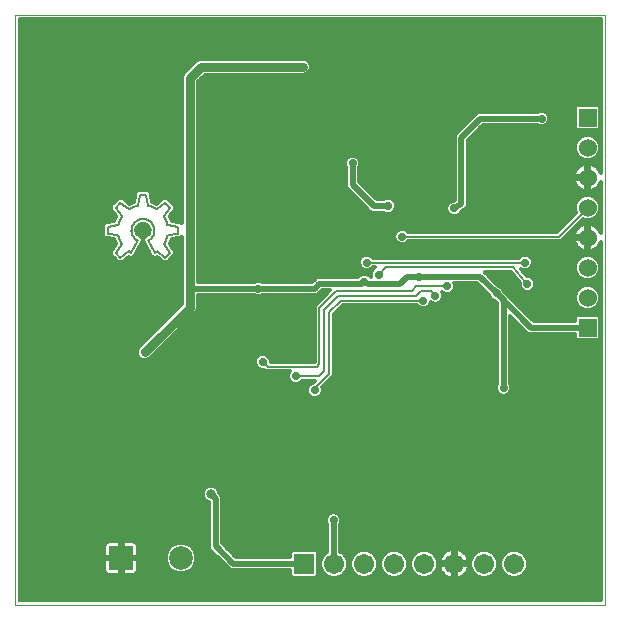
<source format=gbl>
G75*
%MOIN*%
%OFA0B0*%
%FSLAX25Y25*%
%IPPOS*%
%LPD*%
%AMOC8*
5,1,8,0,0,1.08239X$1,22.5*
%
%ADD10C,0.00000*%
%ADD11R,0.06750X0.06750*%
%ADD12C,0.06750*%
%ADD13R,0.06000X0.06000*%
%ADD14C,0.06000*%
%ADD15R,0.07874X0.07874*%
%ADD16C,0.07874*%
%ADD17R,0.21457X0.21457*%
%ADD18C,0.01181*%
%ADD19C,0.02775*%
%ADD20C,0.02953*%
%ADD21C,0.01969*%
%ADD22C,0.03169*%
%ADD23C,0.00787*%
D10*
X0000000Y0000000D02*
X0000000Y0196850D01*
X0196850Y0196850D01*
X0196850Y0000000D01*
X0000000Y0000000D01*
D11*
X0096457Y0013780D03*
D12*
X0106457Y0013780D03*
X0116457Y0013780D03*
X0126457Y0013780D03*
X0136457Y0013780D03*
X0146457Y0013780D03*
X0156457Y0013780D03*
X0166457Y0013780D03*
D13*
X0190945Y0092520D03*
X0190945Y0162520D03*
D14*
X0190945Y0152520D03*
X0190945Y0142520D03*
X0190945Y0132520D03*
X0190945Y0122520D03*
X0190945Y0112520D03*
X0190945Y0102520D03*
D15*
X0035433Y0015748D03*
D16*
X0055433Y0015748D03*
D17*
X0011811Y0011811D03*
X0185039Y0011811D03*
X0185039Y0185039D03*
X0011811Y0185039D03*
D18*
X0001591Y0185199D02*
X0195260Y0185199D01*
X0195260Y0184020D02*
X0001591Y0184020D01*
X0001591Y0182840D02*
X0195260Y0182840D01*
X0195260Y0181661D02*
X0097702Y0181661D01*
X0097574Y0181788D02*
X0096593Y0182194D01*
X0061674Y0182194D01*
X0060694Y0181788D01*
X0056757Y0177851D01*
X0056007Y0177101D01*
X0055601Y0176121D01*
X0055601Y0127265D01*
X0055332Y0127616D01*
X0055214Y0127632D01*
X0055129Y0127716D01*
X0054578Y0127716D01*
X0052251Y0128024D01*
X0051597Y0129603D01*
X0053024Y0131466D01*
X0053414Y0131857D01*
X0053414Y0131976D01*
X0053487Y0132070D01*
X0053414Y0132617D01*
X0053414Y0133169D01*
X0053330Y0133253D01*
X0053315Y0133371D01*
X0052877Y0133707D01*
X0051423Y0135160D01*
X0051088Y0135598D01*
X0050970Y0135614D01*
X0050885Y0135698D01*
X0050334Y0135698D01*
X0049787Y0135770D01*
X0049692Y0135698D01*
X0049573Y0135698D01*
X0049183Y0135308D01*
X0047320Y0133881D01*
X0045741Y0134535D01*
X0045433Y0136861D01*
X0045433Y0137413D01*
X0045349Y0137497D01*
X0045333Y0137615D01*
X0044895Y0137951D01*
X0044505Y0138341D01*
X0044386Y0138341D01*
X0044291Y0138413D01*
X0043744Y0138341D01*
X0041689Y0138341D01*
X0041142Y0138413D01*
X0041047Y0138341D01*
X0040928Y0138341D01*
X0040538Y0137951D01*
X0040100Y0137615D01*
X0040084Y0137497D01*
X0040000Y0137413D01*
X0040000Y0136861D01*
X0039692Y0134535D01*
X0038113Y0133881D01*
X0036250Y0135308D01*
X0035860Y0135698D01*
X0035741Y0135698D01*
X0035646Y0135770D01*
X0035099Y0135698D01*
X0034548Y0135698D01*
X0034463Y0135614D01*
X0034345Y0135598D01*
X0034010Y0135160D01*
X0032557Y0133707D01*
X0032118Y0133371D01*
X0032103Y0133253D01*
X0032019Y0133169D01*
X0032019Y0132617D01*
X0031946Y0132070D01*
X0032019Y0131976D01*
X0032019Y0131857D01*
X0032409Y0131466D01*
X0033836Y0129603D01*
X0033182Y0128024D01*
X0030855Y0127716D01*
X0030304Y0127716D01*
X0030219Y0127632D01*
X0030101Y0127616D01*
X0029766Y0127178D01*
X0029376Y0126788D01*
X0029376Y0126669D01*
X0029303Y0126575D01*
X0029376Y0126028D01*
X0029376Y0123972D01*
X0029303Y0123425D01*
X0029376Y0123331D01*
X0029376Y0123212D01*
X0029766Y0122822D01*
X0030101Y0122384D01*
X0030219Y0122368D01*
X0030304Y0122284D01*
X0030855Y0122284D01*
X0033182Y0121976D01*
X0033836Y0120397D01*
X0032409Y0118534D01*
X0032019Y0118143D01*
X0032019Y0118024D01*
X0031946Y0117930D01*
X0032019Y0117383D01*
X0032019Y0116831D01*
X0032103Y0116747D01*
X0032118Y0116629D01*
X0032556Y0116293D01*
X0034010Y0114840D01*
X0034345Y0114402D01*
X0034463Y0114386D01*
X0034548Y0114302D01*
X0035099Y0114302D01*
X0035646Y0114230D01*
X0035741Y0114302D01*
X0035860Y0114302D01*
X0036250Y0114692D01*
X0038145Y0116144D01*
X0038697Y0115857D01*
X0039948Y0116251D01*
X0039998Y0116346D01*
X0040554Y0117416D01*
X0042666Y0121471D01*
X0042271Y0122723D01*
X0041953Y0122888D01*
X0041689Y0123026D01*
X0041257Y0123319D01*
X0040654Y0124163D01*
X0040499Y0125189D01*
X0040825Y0126173D01*
X0041562Y0126903D01*
X0042549Y0127219D01*
X0043573Y0127054D01*
X0044411Y0126443D01*
X0044881Y0125519D01*
X0044942Y0125000D01*
X0044906Y0124598D01*
X0044619Y0123845D01*
X0044084Y0123244D01*
X0043744Y0123026D01*
X0043162Y0122723D01*
X0043149Y0122680D01*
X0042768Y0121471D01*
X0042768Y0121471D01*
X0042768Y0121471D01*
X0043374Y0120307D01*
X0044879Y0117416D01*
X0044879Y0117416D01*
X0045485Y0116251D01*
X0046736Y0115857D01*
X0047288Y0116144D01*
X0049183Y0114692D01*
X0049573Y0114302D01*
X0049692Y0114302D01*
X0049787Y0114230D01*
X0050334Y0114302D01*
X0050885Y0114302D01*
X0050970Y0114386D01*
X0051088Y0114402D01*
X0051423Y0114840D01*
X0052877Y0116293D01*
X0053315Y0116629D01*
X0053330Y0116747D01*
X0053414Y0116831D01*
X0053414Y0117383D01*
X0053487Y0117930D01*
X0053414Y0118024D01*
X0053414Y0118143D01*
X0053024Y0118534D01*
X0051597Y0120397D01*
X0052251Y0121976D01*
X0054578Y0122284D01*
X0055129Y0122284D01*
X0055214Y0122368D01*
X0055332Y0122384D01*
X0055601Y0122735D01*
X0055601Y0100317D01*
X0041046Y0085763D01*
X0040640Y0084782D01*
X0040640Y0083721D01*
X0041046Y0082741D01*
X0041796Y0081991D01*
X0042777Y0081585D01*
X0043838Y0081585D01*
X0044818Y0081991D01*
X0059778Y0096952D01*
X0059778Y0096952D01*
X0060529Y0097702D01*
X0060935Y0098682D01*
X0060935Y0103337D01*
X0079631Y0103337D01*
X0079642Y0103326D01*
X0080590Y0102934D01*
X0081615Y0102934D01*
X0082563Y0103326D01*
X0082573Y0103337D01*
X0100901Y0103337D01*
X0102476Y0104912D01*
X0105034Y0104912D01*
X0099991Y0099869D01*
X0099991Y0081112D01*
X0085255Y0081112D01*
X0085255Y0081615D01*
X0084863Y0082563D01*
X0084137Y0083288D01*
X0083190Y0083680D01*
X0082164Y0083680D01*
X0081217Y0083288D01*
X0080492Y0082563D01*
X0080099Y0081615D01*
X0080099Y0080590D01*
X0080492Y0079642D01*
X0081217Y0078917D01*
X0082164Y0078524D01*
X0083015Y0078524D01*
X0083596Y0077943D01*
X0091620Y0077943D01*
X0091515Y0077838D01*
X0091123Y0076891D01*
X0091123Y0075865D01*
X0091515Y0074918D01*
X0092240Y0074192D01*
X0093188Y0073800D01*
X0094214Y0073800D01*
X0095161Y0074192D01*
X0095762Y0074794D01*
X0100112Y0074794D01*
X0099550Y0074231D01*
X0099487Y0074231D01*
X0098540Y0073839D01*
X0097815Y0073114D01*
X0097422Y0072166D01*
X0097422Y0071141D01*
X0097815Y0070193D01*
X0098540Y0069468D01*
X0099487Y0069076D01*
X0100513Y0069076D01*
X0101460Y0069468D01*
X0102185Y0070193D01*
X0102578Y0071141D01*
X0102578Y0072166D01*
X0102399Y0072599D01*
X0105381Y0075581D01*
X0106309Y0076509D01*
X0106309Y0096982D01*
X0109318Y0099991D01*
X0134159Y0099991D01*
X0134760Y0099389D01*
X0135708Y0098997D01*
X0136733Y0098997D01*
X0137681Y0099389D01*
X0138406Y0100115D01*
X0138749Y0100943D01*
X0139645Y0100572D01*
X0140670Y0100572D01*
X0141618Y0100964D01*
X0142343Y0101689D01*
X0142735Y0102637D01*
X0142735Y0103662D01*
X0142488Y0104260D01*
X0142634Y0104114D01*
X0143582Y0103721D01*
X0144607Y0103721D01*
X0145555Y0104114D01*
X0146280Y0104839D01*
X0146672Y0105786D01*
X0146672Y0106812D01*
X0146481Y0107274D01*
X0154217Y0107274D01*
X0158052Y0103439D01*
X0158052Y0103424D01*
X0158444Y0102477D01*
X0159170Y0101752D01*
X0160117Y0101359D01*
X0160132Y0101359D01*
X0160817Y0100674D01*
X0160817Y0073912D01*
X0160807Y0073901D01*
X0160414Y0072954D01*
X0160414Y0071928D01*
X0160807Y0070981D01*
X0161532Y0070255D01*
X0162479Y0069863D01*
X0163505Y0069863D01*
X0164452Y0070255D01*
X0165178Y0070981D01*
X0165570Y0071928D01*
X0165570Y0072954D01*
X0165178Y0073901D01*
X0165167Y0073912D01*
X0165167Y0096324D01*
X0171146Y0090345D01*
X0186754Y0090345D01*
X0186754Y0089027D01*
X0187452Y0088329D01*
X0194438Y0088329D01*
X0195135Y0089027D01*
X0195135Y0096013D01*
X0194438Y0096710D01*
X0187452Y0096710D01*
X0186754Y0096013D01*
X0186754Y0094694D01*
X0172948Y0094694D01*
X0165167Y0102476D01*
X0163893Y0103750D01*
X0163208Y0104435D01*
X0163208Y0104450D01*
X0162815Y0105397D01*
X0162090Y0106122D01*
X0161143Y0106515D01*
X0161128Y0106515D01*
X0157293Y0110350D01*
X0156628Y0111014D01*
X0165400Y0111014D01*
X0168288Y0107548D01*
X0168288Y0106574D01*
X0168681Y0105626D01*
X0169406Y0104901D01*
X0170353Y0104509D01*
X0171379Y0104509D01*
X0172326Y0104901D01*
X0173052Y0105626D01*
X0173444Y0106574D01*
X0173444Y0107599D01*
X0173052Y0108547D01*
X0172326Y0109272D01*
X0171379Y0109665D01*
X0170649Y0109665D01*
X0168763Y0111928D01*
X0169566Y0111595D01*
X0170592Y0111595D01*
X0171539Y0111988D01*
X0172264Y0112713D01*
X0172657Y0113660D01*
X0172657Y0114686D01*
X0172264Y0115634D01*
X0171539Y0116359D01*
X0170592Y0116751D01*
X0169566Y0116751D01*
X0168618Y0116359D01*
X0168017Y0115757D01*
X0119384Y0115757D01*
X0118783Y0116359D01*
X0117836Y0116751D01*
X0116810Y0116751D01*
X0115863Y0116359D01*
X0115137Y0115634D01*
X0114745Y0114686D01*
X0114745Y0113660D01*
X0115137Y0112713D01*
X0115863Y0111988D01*
X0116810Y0111595D01*
X0117836Y0111595D01*
X0118783Y0111988D01*
X0119384Y0112589D01*
X0120203Y0112589D01*
X0119800Y0112422D01*
X0119074Y0111697D01*
X0118682Y0110749D01*
X0118682Y0109723D01*
X0118873Y0109261D01*
X0118751Y0109261D01*
X0118721Y0109334D01*
X0117996Y0110059D01*
X0117048Y0110452D01*
X0116023Y0110452D01*
X0115075Y0110059D01*
X0114350Y0109334D01*
X0114320Y0109261D01*
X0100674Y0109261D01*
X0099400Y0107987D01*
X0099099Y0107687D01*
X0082573Y0107687D01*
X0082563Y0107697D01*
X0081615Y0108090D01*
X0080590Y0108090D01*
X0079642Y0107697D01*
X0079631Y0107687D01*
X0060935Y0107687D01*
X0060935Y0174486D01*
X0063309Y0176861D01*
X0096593Y0176861D01*
X0097574Y0177267D01*
X0098324Y0178017D01*
X0098730Y0178997D01*
X0098730Y0180058D01*
X0098324Y0181038D01*
X0097574Y0181788D01*
X0098555Y0180481D02*
X0195260Y0180481D01*
X0195260Y0179301D02*
X0098730Y0179301D01*
X0098367Y0178122D02*
X0195260Y0178122D01*
X0195260Y0176942D02*
X0096790Y0176942D01*
X0111138Y0149430D02*
X0110413Y0148704D01*
X0110020Y0147757D01*
X0110020Y0146731D01*
X0110413Y0145784D01*
X0110424Y0145773D01*
X0110424Y0139257D01*
X0111698Y0137983D01*
X0118784Y0130896D01*
X0122938Y0130896D01*
X0122949Y0130885D01*
X0123897Y0130493D01*
X0124922Y0130493D01*
X0125870Y0130885D01*
X0126595Y0131611D01*
X0126987Y0132558D01*
X0126987Y0133584D01*
X0126595Y0134531D01*
X0125870Y0135256D01*
X0124922Y0135649D01*
X0123897Y0135649D01*
X0122949Y0135256D01*
X0122938Y0135246D01*
X0120586Y0135246D01*
X0114773Y0141058D01*
X0114773Y0145773D01*
X0114784Y0145784D01*
X0115176Y0146731D01*
X0115176Y0147757D01*
X0114784Y0148704D01*
X0114059Y0149430D01*
X0113111Y0149822D01*
X0112086Y0149822D01*
X0111138Y0149430D01*
X0112059Y0149811D02*
X0060935Y0149811D01*
X0060935Y0150991D02*
X0146644Y0150991D01*
X0146644Y0152170D02*
X0060935Y0152170D01*
X0060935Y0153350D02*
X0146644Y0153350D01*
X0146644Y0154529D02*
X0060935Y0154529D01*
X0060935Y0155709D02*
X0146644Y0155709D01*
X0146644Y0156806D02*
X0146644Y0135022D01*
X0146403Y0134861D01*
X0145944Y0134861D01*
X0144996Y0134469D01*
X0144271Y0133744D01*
X0143879Y0132796D01*
X0143879Y0131771D01*
X0144271Y0130823D01*
X0144996Y0130098D01*
X0145944Y0129706D01*
X0146969Y0129706D01*
X0147917Y0130098D01*
X0148642Y0130823D01*
X0148816Y0131242D01*
X0149477Y0131683D01*
X0149720Y0131683D01*
X0150204Y0132168D01*
X0150775Y0132548D01*
X0150822Y0132786D01*
X0150994Y0132957D01*
X0150994Y0133643D01*
X0151128Y0134315D01*
X0150994Y0134517D01*
X0150994Y0155005D01*
X0156019Y0160030D01*
X0174120Y0160030D01*
X0174130Y0160019D01*
X0175078Y0159627D01*
X0176103Y0159627D01*
X0177051Y0160019D01*
X0177776Y0160744D01*
X0178168Y0161692D01*
X0178168Y0162718D01*
X0177776Y0163665D01*
X0177051Y0164390D01*
X0176103Y0164783D01*
X0175078Y0164783D01*
X0174130Y0164390D01*
X0174120Y0164380D01*
X0154217Y0164380D01*
X0152943Y0163106D01*
X0146644Y0156806D01*
X0146726Y0156889D02*
X0060935Y0156889D01*
X0060935Y0158068D02*
X0147906Y0158068D01*
X0149086Y0159248D02*
X0060935Y0159248D01*
X0060935Y0160427D02*
X0150265Y0160427D01*
X0151445Y0161607D02*
X0060935Y0161607D01*
X0060935Y0162787D02*
X0152624Y0162787D01*
X0153804Y0163966D02*
X0060935Y0163966D01*
X0060935Y0165146D02*
X0186754Y0165146D01*
X0186754Y0166013D02*
X0186754Y0159027D01*
X0187452Y0158329D01*
X0194438Y0158329D01*
X0195135Y0159027D01*
X0195135Y0166013D01*
X0194438Y0166710D01*
X0187452Y0166710D01*
X0186754Y0166013D01*
X0187067Y0166326D02*
X0060935Y0166326D01*
X0060935Y0167505D02*
X0195260Y0167505D01*
X0195260Y0166326D02*
X0194823Y0166326D01*
X0195135Y0165146D02*
X0195260Y0165146D01*
X0195260Y0163966D02*
X0195135Y0163966D01*
X0195135Y0162787D02*
X0195260Y0162787D01*
X0195260Y0161607D02*
X0195135Y0161607D01*
X0195135Y0160427D02*
X0195260Y0160427D01*
X0195260Y0159248D02*
X0195135Y0159248D01*
X0195260Y0158068D02*
X0154057Y0158068D01*
X0152878Y0156889D02*
X0195260Y0156889D01*
X0195260Y0155709D02*
X0193682Y0155709D01*
X0193319Y0156072D02*
X0191778Y0156710D01*
X0190111Y0156710D01*
X0188571Y0156072D01*
X0187392Y0154893D01*
X0186754Y0153353D01*
X0186754Y0151686D01*
X0187392Y0150146D01*
X0188571Y0148967D01*
X0190111Y0148329D01*
X0191778Y0148329D01*
X0193319Y0148967D01*
X0194497Y0150146D01*
X0195135Y0151686D01*
X0195135Y0153353D01*
X0194497Y0154893D01*
X0193319Y0156072D01*
X0194648Y0154529D02*
X0195260Y0154529D01*
X0195260Y0153350D02*
X0195135Y0153350D01*
X0195135Y0152170D02*
X0195260Y0152170D01*
X0195260Y0150991D02*
X0194847Y0150991D01*
X0195260Y0149811D02*
X0194162Y0149811D01*
X0195260Y0148631D02*
X0192508Y0148631D01*
X0192020Y0146997D02*
X0191354Y0147103D01*
X0191354Y0142929D01*
X0190535Y0142929D01*
X0190535Y0142110D01*
X0186362Y0142110D01*
X0186467Y0141445D01*
X0186691Y0140758D01*
X0187019Y0140114D01*
X0187443Y0139529D01*
X0187954Y0139018D01*
X0188539Y0138593D01*
X0189183Y0138265D01*
X0189870Y0138042D01*
X0190535Y0137937D01*
X0190535Y0142110D01*
X0191354Y0142110D01*
X0191354Y0137937D01*
X0192020Y0138042D01*
X0192707Y0138265D01*
X0193351Y0138593D01*
X0193935Y0139018D01*
X0194446Y0139529D01*
X0194871Y0140114D01*
X0195199Y0140758D01*
X0195260Y0140944D01*
X0195260Y0124095D01*
X0195199Y0124282D01*
X0194871Y0124926D01*
X0194446Y0125510D01*
X0193935Y0126021D01*
X0193351Y0126446D01*
X0192707Y0126774D01*
X0192020Y0126997D01*
X0191354Y0127103D01*
X0191354Y0122929D01*
X0190535Y0122929D01*
X0190535Y0122110D01*
X0186362Y0122110D01*
X0186467Y0121445D01*
X0186691Y0120758D01*
X0187019Y0120114D01*
X0187443Y0119529D01*
X0187954Y0119018D01*
X0188539Y0118593D01*
X0189183Y0118265D01*
X0189870Y0118042D01*
X0190535Y0117937D01*
X0190535Y0122110D01*
X0191354Y0122110D01*
X0191354Y0117937D01*
X0192020Y0118042D01*
X0192707Y0118265D01*
X0193351Y0118593D01*
X0193935Y0119018D01*
X0194446Y0119529D01*
X0194871Y0120114D01*
X0195199Y0120758D01*
X0195260Y0120944D01*
X0195260Y0001591D01*
X0001591Y0001591D01*
X0001591Y0195260D01*
X0195260Y0195260D01*
X0195260Y0144095D01*
X0195199Y0144282D01*
X0194871Y0144926D01*
X0194446Y0145510D01*
X0193935Y0146021D01*
X0193351Y0146446D01*
X0192707Y0146774D01*
X0192020Y0146997D01*
X0191354Y0146272D02*
X0190535Y0146272D01*
X0190535Y0147103D02*
X0189870Y0146997D01*
X0189183Y0146774D01*
X0188539Y0146446D01*
X0187954Y0146021D01*
X0187443Y0145510D01*
X0187019Y0144926D01*
X0186691Y0144282D01*
X0186467Y0143595D01*
X0186362Y0142929D01*
X0190535Y0142929D01*
X0190535Y0147103D01*
X0189382Y0148631D02*
X0150994Y0148631D01*
X0150994Y0147452D02*
X0195260Y0147452D01*
X0195260Y0146272D02*
X0193590Y0146272D01*
X0194750Y0145092D02*
X0195260Y0145092D01*
X0191354Y0145092D02*
X0190535Y0145092D01*
X0190535Y0143913D02*
X0191354Y0143913D01*
X0190535Y0142733D02*
X0150994Y0142733D01*
X0150994Y0141554D02*
X0186450Y0141554D01*
X0186886Y0140374D02*
X0150994Y0140374D01*
X0150994Y0139194D02*
X0187778Y0139194D01*
X0190043Y0138015D02*
X0150994Y0138015D01*
X0150994Y0136835D02*
X0195260Y0136835D01*
X0195260Y0135656D02*
X0193735Y0135656D01*
X0193319Y0136072D02*
X0194497Y0134893D01*
X0195135Y0133353D01*
X0195135Y0131686D01*
X0194497Y0130146D01*
X0193319Y0128967D01*
X0191778Y0128329D01*
X0190111Y0128329D01*
X0189322Y0128656D01*
X0181916Y0121250D01*
X0131195Y0121250D01*
X0130594Y0120649D01*
X0129647Y0120257D01*
X0128621Y0120257D01*
X0127674Y0120649D01*
X0126948Y0121374D01*
X0126556Y0122322D01*
X0126556Y0123347D01*
X0126948Y0124295D01*
X0127674Y0125020D01*
X0128621Y0125413D01*
X0129647Y0125413D01*
X0130594Y0125020D01*
X0131195Y0124419D01*
X0180604Y0124419D01*
X0187081Y0130897D01*
X0186754Y0131686D01*
X0186754Y0133353D01*
X0187392Y0134893D01*
X0188571Y0136072D01*
X0190111Y0136710D01*
X0191778Y0136710D01*
X0193319Y0136072D01*
X0194670Y0134476D02*
X0195260Y0134476D01*
X0195260Y0133296D02*
X0195135Y0133296D01*
X0195135Y0132117D02*
X0195260Y0132117D01*
X0195260Y0130937D02*
X0194825Y0130937D01*
X0195260Y0129758D02*
X0194109Y0129758D01*
X0195260Y0128578D02*
X0192379Y0128578D01*
X0190535Y0127103D02*
X0189870Y0126997D01*
X0189183Y0126774D01*
X0188539Y0126446D01*
X0187954Y0126021D01*
X0187443Y0125510D01*
X0187019Y0124926D01*
X0186691Y0124282D01*
X0186467Y0123595D01*
X0186362Y0122929D01*
X0190535Y0122929D01*
X0190535Y0127103D01*
X0190535Y0126219D02*
X0191354Y0126219D01*
X0191354Y0125039D02*
X0190535Y0125039D01*
X0190535Y0123859D02*
X0191354Y0123859D01*
X0190535Y0122680D02*
X0183345Y0122680D01*
X0182166Y0121500D02*
X0186459Y0121500D01*
X0186913Y0120321D02*
X0129801Y0120321D01*
X0128467Y0120321D02*
X0060935Y0120321D01*
X0060935Y0121500D02*
X0126896Y0121500D01*
X0126556Y0122680D02*
X0060935Y0122680D01*
X0060935Y0123859D02*
X0126768Y0123859D01*
X0127719Y0125039D02*
X0060935Y0125039D01*
X0060935Y0126219D02*
X0182403Y0126219D01*
X0181224Y0125039D02*
X0130548Y0125039D01*
X0125921Y0130937D02*
X0144224Y0130937D01*
X0143879Y0132117D02*
X0126805Y0132117D01*
X0126987Y0133296D02*
X0144086Y0133296D01*
X0145013Y0134476D02*
X0126618Y0134476D01*
X0120176Y0135656D02*
X0146644Y0135656D01*
X0146644Y0136835D02*
X0118996Y0136835D01*
X0117817Y0138015D02*
X0146644Y0138015D01*
X0146644Y0139194D02*
X0116637Y0139194D01*
X0115457Y0140374D02*
X0146644Y0140374D01*
X0146644Y0141554D02*
X0114773Y0141554D01*
X0114773Y0142733D02*
X0146644Y0142733D01*
X0146644Y0143913D02*
X0114773Y0143913D01*
X0114773Y0145092D02*
X0146644Y0145092D01*
X0146644Y0146272D02*
X0114986Y0146272D01*
X0115176Y0147452D02*
X0146644Y0147452D01*
X0146644Y0148631D02*
X0114814Y0148631D01*
X0113138Y0149811D02*
X0146644Y0149811D01*
X0150994Y0149811D02*
X0187727Y0149811D01*
X0187042Y0150991D02*
X0150994Y0150991D01*
X0150994Y0152170D02*
X0186754Y0152170D01*
X0186754Y0153350D02*
X0150994Y0153350D01*
X0150994Y0154529D02*
X0187242Y0154529D01*
X0188208Y0155709D02*
X0151698Y0155709D01*
X0155237Y0159248D02*
X0186754Y0159248D01*
X0186754Y0160427D02*
X0177459Y0160427D01*
X0178133Y0161607D02*
X0186754Y0161607D01*
X0186754Y0162787D02*
X0178140Y0162787D01*
X0177475Y0163966D02*
X0186754Y0163966D01*
X0195260Y0168685D02*
X0060935Y0168685D01*
X0060935Y0169864D02*
X0195260Y0169864D01*
X0195260Y0171044D02*
X0060935Y0171044D01*
X0060935Y0172224D02*
X0195260Y0172224D01*
X0195260Y0173403D02*
X0060935Y0173403D01*
X0061032Y0174583D02*
X0195260Y0174583D01*
X0195260Y0175762D02*
X0062211Y0175762D01*
X0058207Y0179301D02*
X0001591Y0179301D01*
X0001591Y0178122D02*
X0057027Y0178122D01*
X0055941Y0176942D02*
X0001591Y0176942D01*
X0001591Y0175762D02*
X0055601Y0175762D01*
X0055601Y0174583D02*
X0001591Y0174583D01*
X0001591Y0173403D02*
X0055601Y0173403D01*
X0055601Y0172224D02*
X0001591Y0172224D01*
X0001591Y0171044D02*
X0055601Y0171044D01*
X0055601Y0169864D02*
X0001591Y0169864D01*
X0001591Y0168685D02*
X0055601Y0168685D01*
X0055601Y0167505D02*
X0001591Y0167505D01*
X0001591Y0166326D02*
X0055601Y0166326D01*
X0055601Y0165146D02*
X0001591Y0165146D01*
X0001591Y0163966D02*
X0055601Y0163966D01*
X0055601Y0162787D02*
X0001591Y0162787D01*
X0001591Y0161607D02*
X0055601Y0161607D01*
X0055601Y0160427D02*
X0001591Y0160427D01*
X0001591Y0159248D02*
X0055601Y0159248D01*
X0055601Y0158068D02*
X0001591Y0158068D01*
X0001591Y0156889D02*
X0055601Y0156889D01*
X0055601Y0155709D02*
X0001591Y0155709D01*
X0001591Y0154529D02*
X0055601Y0154529D01*
X0055601Y0153350D02*
X0001591Y0153350D01*
X0001591Y0152170D02*
X0055601Y0152170D01*
X0055601Y0150991D02*
X0001591Y0150991D01*
X0001591Y0149811D02*
X0055601Y0149811D01*
X0055601Y0148631D02*
X0001591Y0148631D01*
X0001591Y0147452D02*
X0055601Y0147452D01*
X0055601Y0146272D02*
X0001591Y0146272D01*
X0001591Y0145092D02*
X0055601Y0145092D01*
X0055601Y0143913D02*
X0001591Y0143913D01*
X0001591Y0142733D02*
X0055601Y0142733D01*
X0055601Y0141554D02*
X0001591Y0141554D01*
X0001591Y0140374D02*
X0055601Y0140374D01*
X0055601Y0139194D02*
X0001591Y0139194D01*
X0001591Y0138015D02*
X0040602Y0138015D01*
X0039997Y0136835D02*
X0001591Y0136835D01*
X0001591Y0135656D02*
X0034505Y0135656D01*
X0035902Y0135656D02*
X0039841Y0135656D01*
X0039550Y0134476D02*
X0037336Y0134476D01*
X0033326Y0134476D02*
X0001591Y0134476D01*
X0001591Y0133296D02*
X0032109Y0133296D01*
X0031952Y0132117D02*
X0001591Y0132117D01*
X0001591Y0130937D02*
X0032814Y0130937D01*
X0033718Y0129758D02*
X0001591Y0129758D01*
X0001591Y0128578D02*
X0033411Y0128578D01*
X0029934Y0127398D02*
X0001591Y0127398D01*
X0001591Y0126219D02*
X0029350Y0126219D01*
X0029376Y0125039D02*
X0001591Y0125039D01*
X0001591Y0123859D02*
X0029361Y0123859D01*
X0029874Y0122680D02*
X0001591Y0122680D01*
X0001591Y0121500D02*
X0033379Y0121500D01*
X0033778Y0120321D02*
X0001591Y0120321D01*
X0001591Y0119141D02*
X0032874Y0119141D01*
X0031970Y0117961D02*
X0001591Y0117961D01*
X0001591Y0116782D02*
X0032068Y0116782D01*
X0033248Y0115602D02*
X0001591Y0115602D01*
X0001591Y0114423D02*
X0034329Y0114423D01*
X0035980Y0114423D02*
X0049453Y0114423D01*
X0051104Y0114423D02*
X0055601Y0114423D01*
X0055601Y0115602D02*
X0052186Y0115602D01*
X0053365Y0116782D02*
X0055601Y0116782D01*
X0055601Y0117961D02*
X0053463Y0117961D01*
X0052559Y0119141D02*
X0055601Y0119141D01*
X0055601Y0120321D02*
X0051655Y0120321D01*
X0052054Y0121500D02*
X0055601Y0121500D01*
X0055559Y0122680D02*
X0055601Y0122680D01*
X0055601Y0127398D02*
X0055499Y0127398D01*
X0055601Y0128578D02*
X0052022Y0128578D01*
X0051715Y0129758D02*
X0055601Y0129758D01*
X0055601Y0130937D02*
X0052619Y0130937D01*
X0053481Y0132117D02*
X0055601Y0132117D01*
X0055601Y0133296D02*
X0053325Y0133296D01*
X0052107Y0134476D02*
X0055601Y0134476D01*
X0055601Y0135656D02*
X0050928Y0135656D01*
X0049531Y0135656D02*
X0045592Y0135656D01*
X0045436Y0136835D02*
X0055601Y0136835D01*
X0055601Y0138015D02*
X0044831Y0138015D01*
X0045883Y0134476D02*
X0048097Y0134476D01*
X0044525Y0126219D02*
X0040871Y0126219D01*
X0040521Y0125039D02*
X0044938Y0125039D01*
X0044625Y0123859D02*
X0040871Y0123859D01*
X0042284Y0122680D02*
X0043149Y0122680D01*
X0042777Y0121500D02*
X0042656Y0121500D01*
X0042067Y0120321D02*
X0043366Y0120321D01*
X0043374Y0120307D02*
X0043374Y0120307D01*
X0043980Y0119141D02*
X0041453Y0119141D01*
X0040838Y0117961D02*
X0044595Y0117961D01*
X0045209Y0116782D02*
X0040224Y0116782D01*
X0040554Y0117416D02*
X0040554Y0117416D01*
X0038697Y0115857D02*
X0038697Y0115857D01*
X0037438Y0115602D02*
X0047995Y0115602D01*
X0055601Y0113243D02*
X0001591Y0113243D01*
X0001591Y0112063D02*
X0055601Y0112063D01*
X0055601Y0110884D02*
X0001591Y0110884D01*
X0001591Y0109704D02*
X0055601Y0109704D01*
X0055601Y0108524D02*
X0001591Y0108524D01*
X0001591Y0107345D02*
X0055601Y0107345D01*
X0055601Y0106165D02*
X0001591Y0106165D01*
X0001591Y0104986D02*
X0055601Y0104986D01*
X0055601Y0103806D02*
X0001591Y0103806D01*
X0001591Y0102626D02*
X0055601Y0102626D01*
X0055601Y0101447D02*
X0001591Y0101447D01*
X0001591Y0100267D02*
X0055551Y0100267D01*
X0054371Y0099088D02*
X0001591Y0099088D01*
X0001591Y0097908D02*
X0053191Y0097908D01*
X0052012Y0096728D02*
X0001591Y0096728D01*
X0001591Y0095549D02*
X0050832Y0095549D01*
X0049653Y0094369D02*
X0001591Y0094369D01*
X0001591Y0093189D02*
X0048473Y0093189D01*
X0047293Y0092010D02*
X0001591Y0092010D01*
X0001591Y0090830D02*
X0046114Y0090830D01*
X0044934Y0089651D02*
X0001591Y0089651D01*
X0001591Y0088471D02*
X0043755Y0088471D01*
X0042575Y0087291D02*
X0001591Y0087291D01*
X0001591Y0086112D02*
X0041395Y0086112D01*
X0040702Y0084932D02*
X0001591Y0084932D01*
X0001591Y0083753D02*
X0040640Y0083753D01*
X0041214Y0082573D02*
X0001591Y0082573D01*
X0001591Y0081393D02*
X0080099Y0081393D01*
X0080255Y0080214D02*
X0001591Y0080214D01*
X0001591Y0079034D02*
X0081100Y0079034D01*
X0080502Y0082573D02*
X0045400Y0082573D01*
X0046579Y0083753D02*
X0099991Y0083753D01*
X0099991Y0084932D02*
X0047759Y0084932D01*
X0048939Y0086112D02*
X0099991Y0086112D01*
X0099991Y0087291D02*
X0050118Y0087291D01*
X0051298Y0088471D02*
X0099991Y0088471D01*
X0099991Y0089651D02*
X0052477Y0089651D01*
X0053657Y0090830D02*
X0099991Y0090830D01*
X0099991Y0092010D02*
X0054837Y0092010D01*
X0056016Y0093189D02*
X0099991Y0093189D01*
X0099991Y0094369D02*
X0057196Y0094369D01*
X0058375Y0095549D02*
X0099991Y0095549D01*
X0099991Y0096728D02*
X0059555Y0096728D01*
X0060614Y0097908D02*
X0099991Y0097908D01*
X0099991Y0099088D02*
X0060935Y0099088D01*
X0060935Y0100267D02*
X0100389Y0100267D01*
X0101569Y0101447D02*
X0060935Y0101447D01*
X0060935Y0102626D02*
X0102748Y0102626D01*
X0103928Y0103806D02*
X0101370Y0103806D01*
X0099937Y0108524D02*
X0060935Y0108524D01*
X0060935Y0109704D02*
X0114720Y0109704D01*
X0115787Y0112063D02*
X0060935Y0112063D01*
X0060935Y0110884D02*
X0118738Y0110884D01*
X0118690Y0109704D02*
X0118351Y0109704D01*
X0118859Y0112063D02*
X0119441Y0112063D01*
X0114918Y0113243D02*
X0060935Y0113243D01*
X0060935Y0114423D02*
X0114745Y0114423D01*
X0115124Y0115602D02*
X0060935Y0115602D01*
X0060935Y0116782D02*
X0195260Y0116782D01*
X0195260Y0117961D02*
X0191510Y0117961D01*
X0191354Y0117961D02*
X0190535Y0117961D01*
X0190380Y0117961D02*
X0060935Y0117961D01*
X0060935Y0119141D02*
X0187832Y0119141D01*
X0190535Y0119141D02*
X0191354Y0119141D01*
X0191354Y0120321D02*
X0190535Y0120321D01*
X0190535Y0121500D02*
X0191354Y0121500D01*
X0194976Y0120321D02*
X0195260Y0120321D01*
X0195260Y0119141D02*
X0194058Y0119141D01*
X0193319Y0116072D02*
X0191778Y0116710D01*
X0190111Y0116710D01*
X0188571Y0116072D01*
X0187392Y0114893D01*
X0186754Y0113353D01*
X0186754Y0111686D01*
X0187392Y0110146D01*
X0188571Y0108967D01*
X0190111Y0108329D01*
X0191778Y0108329D01*
X0193319Y0108967D01*
X0194497Y0110146D01*
X0195135Y0111686D01*
X0195135Y0113353D01*
X0194497Y0114893D01*
X0193319Y0116072D01*
X0193789Y0115602D02*
X0195260Y0115602D01*
X0195260Y0114423D02*
X0194693Y0114423D01*
X0195135Y0113243D02*
X0195260Y0113243D01*
X0195260Y0112063D02*
X0195135Y0112063D01*
X0195260Y0110884D02*
X0194803Y0110884D01*
X0195260Y0109704D02*
X0194056Y0109704D01*
X0195260Y0108524D02*
X0192250Y0108524D01*
X0191778Y0106710D02*
X0190111Y0106710D01*
X0188571Y0106072D01*
X0187392Y0104893D01*
X0186754Y0103353D01*
X0186754Y0101686D01*
X0187392Y0100146D01*
X0188571Y0098967D01*
X0190111Y0098329D01*
X0191778Y0098329D01*
X0193319Y0098967D01*
X0194497Y0100146D01*
X0195135Y0101686D01*
X0195135Y0103353D01*
X0194497Y0104893D01*
X0193319Y0106072D01*
X0191778Y0106710D01*
X0193094Y0106165D02*
X0195260Y0106165D01*
X0195260Y0104986D02*
X0194405Y0104986D01*
X0194948Y0103806D02*
X0195260Y0103806D01*
X0195260Y0102626D02*
X0195135Y0102626D01*
X0195036Y0101447D02*
X0195260Y0101447D01*
X0195260Y0100267D02*
X0194548Y0100267D01*
X0195260Y0099088D02*
X0193439Y0099088D01*
X0195260Y0097908D02*
X0169735Y0097908D01*
X0170914Y0096728D02*
X0195260Y0096728D01*
X0195260Y0095549D02*
X0195135Y0095549D01*
X0195135Y0094369D02*
X0195260Y0094369D01*
X0195260Y0093189D02*
X0195135Y0093189D01*
X0195135Y0092010D02*
X0195260Y0092010D01*
X0195260Y0090830D02*
X0195135Y0090830D01*
X0195135Y0089651D02*
X0195260Y0089651D01*
X0195260Y0088471D02*
X0194580Y0088471D01*
X0195260Y0087291D02*
X0165167Y0087291D01*
X0165167Y0086112D02*
X0195260Y0086112D01*
X0195260Y0084932D02*
X0165167Y0084932D01*
X0165167Y0083753D02*
X0195260Y0083753D01*
X0195260Y0082573D02*
X0165167Y0082573D01*
X0165167Y0081393D02*
X0195260Y0081393D01*
X0195260Y0080214D02*
X0165167Y0080214D01*
X0165167Y0079034D02*
X0195260Y0079034D01*
X0195260Y0077855D02*
X0165167Y0077855D01*
X0165167Y0076675D02*
X0195260Y0076675D01*
X0195260Y0075495D02*
X0165167Y0075495D01*
X0165167Y0074316D02*
X0195260Y0074316D01*
X0195260Y0073136D02*
X0165495Y0073136D01*
X0165570Y0071956D02*
X0195260Y0071956D01*
X0195260Y0070777D02*
X0164974Y0070777D01*
X0161010Y0070777D02*
X0102427Y0070777D01*
X0102578Y0071956D02*
X0160414Y0071956D01*
X0160490Y0073136D02*
X0102936Y0073136D01*
X0104115Y0074316D02*
X0160817Y0074316D01*
X0160817Y0075495D02*
X0105295Y0075495D01*
X0106309Y0076675D02*
X0160817Y0076675D01*
X0160817Y0077855D02*
X0106309Y0077855D01*
X0106309Y0079034D02*
X0160817Y0079034D01*
X0160817Y0080214D02*
X0106309Y0080214D01*
X0106309Y0081393D02*
X0160817Y0081393D01*
X0160817Y0082573D02*
X0106309Y0082573D01*
X0106309Y0083753D02*
X0160817Y0083753D01*
X0160817Y0084932D02*
X0106309Y0084932D01*
X0106309Y0086112D02*
X0160817Y0086112D01*
X0160817Y0087291D02*
X0106309Y0087291D01*
X0106309Y0088471D02*
X0160817Y0088471D01*
X0160817Y0089651D02*
X0106309Y0089651D01*
X0106309Y0090830D02*
X0160817Y0090830D01*
X0160817Y0092010D02*
X0106309Y0092010D01*
X0106309Y0093189D02*
X0160817Y0093189D01*
X0160817Y0094369D02*
X0106309Y0094369D01*
X0106309Y0095549D02*
X0160817Y0095549D01*
X0160817Y0096728D02*
X0106309Y0096728D01*
X0107235Y0097908D02*
X0160817Y0097908D01*
X0160817Y0099088D02*
X0136952Y0099088D01*
X0135489Y0099088D02*
X0108415Y0099088D01*
X0099991Y0082573D02*
X0084852Y0082573D01*
X0085255Y0081393D02*
X0099991Y0081393D01*
X0099634Y0074316D02*
X0095284Y0074316D01*
X0097837Y0073136D02*
X0001591Y0073136D01*
X0001591Y0071956D02*
X0097422Y0071956D01*
X0097573Y0070777D02*
X0001591Y0070777D01*
X0001591Y0069597D02*
X0098411Y0069597D01*
X0101589Y0069597D02*
X0195260Y0069597D01*
X0195260Y0068418D02*
X0001591Y0068418D01*
X0001591Y0067238D02*
X0195260Y0067238D01*
X0195260Y0066058D02*
X0001591Y0066058D01*
X0001591Y0064879D02*
X0195260Y0064879D01*
X0195260Y0063699D02*
X0001591Y0063699D01*
X0001591Y0062520D02*
X0195260Y0062520D01*
X0195260Y0061340D02*
X0001591Y0061340D01*
X0001591Y0060160D02*
X0195260Y0060160D01*
X0195260Y0058981D02*
X0001591Y0058981D01*
X0001591Y0057801D02*
X0195260Y0057801D01*
X0195260Y0056621D02*
X0001591Y0056621D01*
X0001591Y0055442D02*
X0195260Y0055442D01*
X0195260Y0054262D02*
X0001591Y0054262D01*
X0001591Y0053083D02*
X0195260Y0053083D01*
X0195260Y0051903D02*
X0001591Y0051903D01*
X0001591Y0050723D02*
X0195260Y0050723D01*
X0195260Y0049544D02*
X0001591Y0049544D01*
X0001591Y0048364D02*
X0195260Y0048364D01*
X0195260Y0047185D02*
X0001591Y0047185D01*
X0001591Y0046005D02*
X0195260Y0046005D01*
X0195260Y0044825D02*
X0001591Y0044825D01*
X0001591Y0043646D02*
X0195260Y0043646D01*
X0195260Y0042466D02*
X0001591Y0042466D01*
X0001591Y0041286D02*
X0195260Y0041286D01*
X0195260Y0040107D02*
X0001591Y0040107D01*
X0001591Y0038927D02*
X0063350Y0038927D01*
X0063002Y0038580D02*
X0062580Y0037560D01*
X0062580Y0036456D01*
X0063002Y0035436D01*
X0063783Y0034656D01*
X0064754Y0034253D01*
X0064754Y0018784D01*
X0066028Y0017510D01*
X0071934Y0011605D01*
X0091891Y0011605D01*
X0091891Y0009911D01*
X0092589Y0009214D01*
X0100325Y0009214D01*
X0101022Y0009911D01*
X0101022Y0017648D01*
X0100325Y0018345D01*
X0092589Y0018345D01*
X0091891Y0017648D01*
X0091891Y0015954D01*
X0073735Y0015954D01*
X0069104Y0020586D01*
X0069104Y0036334D01*
X0068129Y0037309D01*
X0068129Y0037560D01*
X0067707Y0038580D01*
X0066926Y0039360D01*
X0065906Y0039783D01*
X0064802Y0039783D01*
X0063783Y0039360D01*
X0063002Y0038580D01*
X0062657Y0037748D02*
X0001591Y0037748D01*
X0001591Y0036568D02*
X0062580Y0036568D01*
X0063050Y0035388D02*
X0001591Y0035388D01*
X0001591Y0034209D02*
X0064754Y0034209D01*
X0064754Y0033029D02*
X0001591Y0033029D01*
X0001591Y0031850D02*
X0064754Y0031850D01*
X0064754Y0030670D02*
X0001591Y0030670D01*
X0001591Y0029490D02*
X0064754Y0029490D01*
X0064754Y0028311D02*
X0001591Y0028311D01*
X0001591Y0027131D02*
X0064754Y0027131D01*
X0064754Y0025952D02*
X0001591Y0025952D01*
X0001591Y0024772D02*
X0064754Y0024772D01*
X0064754Y0023592D02*
X0001591Y0023592D01*
X0001591Y0022413D02*
X0064754Y0022413D01*
X0064754Y0021233D02*
X0039738Y0021233D01*
X0039579Y0021276D02*
X0035925Y0021276D01*
X0035925Y0016240D01*
X0034941Y0016240D01*
X0034941Y0015256D01*
X0029905Y0015256D01*
X0029906Y0011602D01*
X0030014Y0011197D01*
X0030223Y0010834D01*
X0030519Y0010538D01*
X0030882Y0010329D01*
X0031287Y0010220D01*
X0034941Y0010220D01*
X0034941Y0015256D01*
X0035925Y0015256D01*
X0035925Y0010220D01*
X0039579Y0010220D01*
X0039984Y0010329D01*
X0040347Y0010538D01*
X0040643Y0010834D01*
X0040852Y0011197D01*
X0040961Y0011602D01*
X0040961Y0015256D01*
X0035925Y0015256D01*
X0035925Y0016240D01*
X0040961Y0016240D01*
X0040961Y0019894D01*
X0040852Y0020299D01*
X0040643Y0020662D01*
X0040347Y0020958D01*
X0039984Y0021167D01*
X0039579Y0021276D01*
X0040918Y0020053D02*
X0052487Y0020053D01*
X0052529Y0020095D02*
X0051086Y0018653D01*
X0050306Y0016768D01*
X0050306Y0014728D01*
X0051086Y0012843D01*
X0052529Y0011401D01*
X0054413Y0010620D01*
X0056453Y0010620D01*
X0058338Y0011401D01*
X0059780Y0012843D01*
X0060561Y0014728D01*
X0060561Y0016768D01*
X0059780Y0018653D01*
X0058338Y0020095D01*
X0056453Y0020876D01*
X0054413Y0020876D01*
X0052529Y0020095D01*
X0051307Y0018874D02*
X0040961Y0018874D01*
X0040961Y0017694D02*
X0050689Y0017694D01*
X0050306Y0016515D02*
X0040961Y0016515D01*
X0040961Y0014155D02*
X0050543Y0014155D01*
X0050306Y0015335D02*
X0035925Y0015335D01*
X0034941Y0015335D02*
X0001591Y0015335D01*
X0001591Y0016515D02*
X0029906Y0016515D01*
X0029906Y0016240D02*
X0034941Y0016240D01*
X0034941Y0021276D01*
X0031287Y0021276D01*
X0030882Y0021167D01*
X0030519Y0020958D01*
X0030223Y0020662D01*
X0030014Y0020299D01*
X0029906Y0019894D01*
X0029906Y0016240D01*
X0029906Y0017694D02*
X0001591Y0017694D01*
X0001591Y0018874D02*
X0029906Y0018874D01*
X0029948Y0020053D02*
X0001591Y0020053D01*
X0001591Y0021233D02*
X0031128Y0021233D01*
X0034941Y0021233D02*
X0035925Y0021233D01*
X0035925Y0020053D02*
X0034941Y0020053D01*
X0034941Y0018874D02*
X0035925Y0018874D01*
X0035925Y0017694D02*
X0034941Y0017694D01*
X0034941Y0016515D02*
X0035925Y0016515D01*
X0035925Y0014155D02*
X0034941Y0014155D01*
X0034941Y0012976D02*
X0035925Y0012976D01*
X0035925Y0011796D02*
X0034941Y0011796D01*
X0034941Y0010617D02*
X0035925Y0010617D01*
X0040425Y0010617D02*
X0091891Y0010617D01*
X0092366Y0009437D02*
X0001591Y0009437D01*
X0001591Y0010617D02*
X0030441Y0010617D01*
X0029905Y0011796D02*
X0001591Y0011796D01*
X0001591Y0012976D02*
X0029905Y0012976D01*
X0029905Y0014155D02*
X0001591Y0014155D01*
X0001591Y0008257D02*
X0195260Y0008257D01*
X0195260Y0007078D02*
X0001591Y0007078D01*
X0001591Y0005898D02*
X0195260Y0005898D01*
X0195260Y0004718D02*
X0001591Y0004718D01*
X0001591Y0003539D02*
X0195260Y0003539D01*
X0195260Y0002359D02*
X0001591Y0002359D01*
X0040961Y0011796D02*
X0052133Y0011796D01*
X0051031Y0012976D02*
X0040961Y0012976D01*
X0058379Y0020053D02*
X0064754Y0020053D01*
X0064754Y0018874D02*
X0059559Y0018874D01*
X0060177Y0017694D02*
X0065844Y0017694D01*
X0067024Y0016515D02*
X0060561Y0016515D01*
X0060561Y0015335D02*
X0068204Y0015335D01*
X0069383Y0014155D02*
X0060323Y0014155D01*
X0059835Y0012976D02*
X0070563Y0012976D01*
X0071742Y0011796D02*
X0058733Y0011796D01*
X0069636Y0020053D02*
X0104124Y0020053D01*
X0104124Y0018874D02*
X0070816Y0018874D01*
X0071996Y0017694D02*
X0091938Y0017694D01*
X0091891Y0016515D02*
X0073175Y0016515D01*
X0069104Y0021233D02*
X0104124Y0021233D01*
X0104124Y0022413D02*
X0069104Y0022413D01*
X0069104Y0023592D02*
X0104124Y0023592D01*
X0104124Y0024772D02*
X0069104Y0024772D01*
X0069104Y0025952D02*
X0104124Y0025952D01*
X0104124Y0026875D02*
X0104124Y0017755D01*
X0103871Y0017650D01*
X0102586Y0016366D01*
X0101891Y0014688D01*
X0101891Y0012871D01*
X0102586Y0011193D01*
X0103871Y0009909D01*
X0105549Y0009214D01*
X0107365Y0009214D01*
X0109043Y0009909D01*
X0110327Y0011193D01*
X0111022Y0012871D01*
X0111022Y0014688D01*
X0110327Y0016366D01*
X0109043Y0017650D01*
X0108474Y0017886D01*
X0108474Y0026875D01*
X0108485Y0026886D01*
X0108877Y0027834D01*
X0108877Y0028859D01*
X0108485Y0029807D01*
X0107759Y0030532D01*
X0106812Y0030924D01*
X0105786Y0030924D01*
X0104839Y0030532D01*
X0104114Y0029807D01*
X0103721Y0028859D01*
X0103721Y0027834D01*
X0104114Y0026886D01*
X0104124Y0026875D01*
X0104012Y0027131D02*
X0069104Y0027131D01*
X0069104Y0028311D02*
X0103721Y0028311D01*
X0103983Y0029490D02*
X0069104Y0029490D01*
X0069104Y0030670D02*
X0105172Y0030670D01*
X0107426Y0030670D02*
X0195260Y0030670D01*
X0195260Y0031850D02*
X0069104Y0031850D01*
X0069104Y0033029D02*
X0195260Y0033029D01*
X0195260Y0034209D02*
X0069104Y0034209D01*
X0069104Y0035388D02*
X0195260Y0035388D01*
X0195260Y0036568D02*
X0068870Y0036568D01*
X0068051Y0037748D02*
X0195260Y0037748D01*
X0195260Y0038927D02*
X0067359Y0038927D01*
X0100976Y0017694D02*
X0103977Y0017694D01*
X0102735Y0016515D02*
X0101022Y0016515D01*
X0101022Y0015335D02*
X0102159Y0015335D01*
X0101891Y0014155D02*
X0101022Y0014155D01*
X0101022Y0012976D02*
X0101891Y0012976D01*
X0102337Y0011796D02*
X0101022Y0011796D01*
X0101022Y0010617D02*
X0103163Y0010617D01*
X0105010Y0009437D02*
X0100548Y0009437D01*
X0107903Y0009437D02*
X0115010Y0009437D01*
X0115549Y0009214D02*
X0117365Y0009214D01*
X0119043Y0009909D01*
X0120327Y0011193D01*
X0121022Y0012871D01*
X0121022Y0014688D01*
X0120327Y0016366D01*
X0119043Y0017650D01*
X0117365Y0018345D01*
X0115549Y0018345D01*
X0113871Y0017650D01*
X0112586Y0016366D01*
X0111891Y0014688D01*
X0111891Y0012871D01*
X0112586Y0011193D01*
X0113871Y0009909D01*
X0115549Y0009214D01*
X0117903Y0009437D02*
X0125010Y0009437D01*
X0125549Y0009214D02*
X0127365Y0009214D01*
X0129043Y0009909D01*
X0130327Y0011193D01*
X0131022Y0012871D01*
X0131022Y0014688D01*
X0130327Y0016366D01*
X0129043Y0017650D01*
X0127365Y0018345D01*
X0125549Y0018345D01*
X0123871Y0017650D01*
X0122586Y0016366D01*
X0121891Y0014688D01*
X0121891Y0012871D01*
X0122586Y0011193D01*
X0123871Y0009909D01*
X0125549Y0009214D01*
X0127903Y0009437D02*
X0135010Y0009437D01*
X0135549Y0009214D02*
X0137365Y0009214D01*
X0139043Y0009909D01*
X0140327Y0011193D01*
X0141022Y0012871D01*
X0141022Y0014688D01*
X0140327Y0016366D01*
X0139043Y0017650D01*
X0137365Y0018345D01*
X0135549Y0018345D01*
X0133871Y0017650D01*
X0132586Y0016366D01*
X0131891Y0014688D01*
X0131891Y0012871D01*
X0132586Y0011193D01*
X0133871Y0009909D01*
X0135549Y0009214D01*
X0133163Y0010617D02*
X0129750Y0010617D01*
X0130577Y0011796D02*
X0132337Y0011796D01*
X0131891Y0012976D02*
X0131022Y0012976D01*
X0131022Y0014155D02*
X0131891Y0014155D01*
X0132159Y0015335D02*
X0130754Y0015335D01*
X0130178Y0016515D02*
X0132735Y0016515D01*
X0133977Y0017694D02*
X0128936Y0017694D01*
X0123977Y0017694D02*
X0118936Y0017694D01*
X0120178Y0016515D02*
X0122735Y0016515D01*
X0122159Y0015335D02*
X0120754Y0015335D01*
X0121022Y0014155D02*
X0121891Y0014155D01*
X0121891Y0012976D02*
X0121022Y0012976D01*
X0120577Y0011796D02*
X0122337Y0011796D01*
X0123163Y0010617D02*
X0119750Y0010617D01*
X0113163Y0010617D02*
X0109750Y0010617D01*
X0110577Y0011796D02*
X0112337Y0011796D01*
X0111891Y0012976D02*
X0111022Y0012976D01*
X0111022Y0014155D02*
X0111891Y0014155D01*
X0112159Y0015335D02*
X0110754Y0015335D01*
X0110178Y0016515D02*
X0112735Y0016515D01*
X0113977Y0017694D02*
X0108936Y0017694D01*
X0108474Y0018874D02*
X0195260Y0018874D01*
X0195260Y0020053D02*
X0108474Y0020053D01*
X0108474Y0021233D02*
X0195260Y0021233D01*
X0195260Y0022413D02*
X0108474Y0022413D01*
X0108474Y0023592D02*
X0195260Y0023592D01*
X0195260Y0024772D02*
X0108474Y0024772D01*
X0108474Y0025952D02*
X0195260Y0025952D01*
X0195260Y0027131D02*
X0108586Y0027131D01*
X0108877Y0028311D02*
X0195260Y0028311D01*
X0195260Y0029490D02*
X0108616Y0029490D01*
X0138936Y0017694D02*
X0143397Y0017694D01*
X0143222Y0017567D02*
X0142669Y0017014D01*
X0142210Y0016382D01*
X0141855Y0015686D01*
X0141613Y0014942D01*
X0141514Y0014314D01*
X0145922Y0014314D01*
X0145922Y0013245D01*
X0141514Y0013245D01*
X0141613Y0012617D01*
X0141855Y0011873D01*
X0142210Y0011177D01*
X0142669Y0010545D01*
X0143222Y0009992D01*
X0143854Y0009533D01*
X0144551Y0009178D01*
X0145294Y0008936D01*
X0145922Y0008837D01*
X0145922Y0013245D01*
X0146991Y0013245D01*
X0146991Y0008837D01*
X0147619Y0008936D01*
X0148363Y0009178D01*
X0149059Y0009533D01*
X0149692Y0009992D01*
X0150244Y0010545D01*
X0150704Y0011177D01*
X0151058Y0011873D01*
X0151300Y0012617D01*
X0151399Y0013245D01*
X0146991Y0013245D01*
X0146991Y0014314D01*
X0145922Y0014314D01*
X0145922Y0018722D01*
X0145294Y0018623D01*
X0144551Y0018381D01*
X0143854Y0018026D01*
X0143222Y0017567D01*
X0142306Y0016515D02*
X0140178Y0016515D01*
X0140754Y0015335D02*
X0141741Y0015335D01*
X0141022Y0014155D02*
X0145922Y0014155D01*
X0146991Y0014155D02*
X0151891Y0014155D01*
X0151399Y0014314D02*
X0151300Y0014942D01*
X0151058Y0015686D01*
X0150704Y0016382D01*
X0150244Y0017014D01*
X0149692Y0017567D01*
X0149059Y0018026D01*
X0148363Y0018381D01*
X0147619Y0018623D01*
X0146991Y0018722D01*
X0146991Y0014314D01*
X0151399Y0014314D01*
X0151891Y0014688D02*
X0151891Y0012871D01*
X0152586Y0011193D01*
X0153871Y0009909D01*
X0155549Y0009214D01*
X0157365Y0009214D01*
X0159043Y0009909D01*
X0160327Y0011193D01*
X0161022Y0012871D01*
X0161022Y0014688D01*
X0160327Y0016366D01*
X0159043Y0017650D01*
X0157365Y0018345D01*
X0155549Y0018345D01*
X0153871Y0017650D01*
X0152586Y0016366D01*
X0151891Y0014688D01*
X0152159Y0015335D02*
X0151172Y0015335D01*
X0150607Y0016515D02*
X0152735Y0016515D01*
X0153977Y0017694D02*
X0149516Y0017694D01*
X0146991Y0017694D02*
X0145922Y0017694D01*
X0145922Y0016515D02*
X0146991Y0016515D01*
X0146991Y0015335D02*
X0145922Y0015335D01*
X0145922Y0012976D02*
X0146991Y0012976D01*
X0146991Y0011796D02*
X0145922Y0011796D01*
X0145922Y0010617D02*
X0146991Y0010617D01*
X0146991Y0009437D02*
X0145922Y0009437D01*
X0144042Y0009437D02*
X0137903Y0009437D01*
X0139750Y0010617D02*
X0142617Y0010617D01*
X0141894Y0011796D02*
X0140577Y0011796D01*
X0141022Y0012976D02*
X0141557Y0012976D01*
X0148871Y0009437D02*
X0155010Y0009437D01*
X0153163Y0010617D02*
X0150296Y0010617D01*
X0151019Y0011796D02*
X0152337Y0011796D01*
X0151891Y0012976D02*
X0151357Y0012976D01*
X0157903Y0009437D02*
X0165010Y0009437D01*
X0165549Y0009214D02*
X0167365Y0009214D01*
X0169043Y0009909D01*
X0170327Y0011193D01*
X0171022Y0012871D01*
X0171022Y0014688D01*
X0170327Y0016366D01*
X0169043Y0017650D01*
X0167365Y0018345D01*
X0165549Y0018345D01*
X0163871Y0017650D01*
X0162586Y0016366D01*
X0161891Y0014688D01*
X0161891Y0012871D01*
X0162586Y0011193D01*
X0163871Y0009909D01*
X0165549Y0009214D01*
X0167903Y0009437D02*
X0195260Y0009437D01*
X0195260Y0010617D02*
X0169750Y0010617D01*
X0170577Y0011796D02*
X0195260Y0011796D01*
X0195260Y0012976D02*
X0171022Y0012976D01*
X0171022Y0014155D02*
X0195260Y0014155D01*
X0195260Y0015335D02*
X0170754Y0015335D01*
X0170178Y0016515D02*
X0195260Y0016515D01*
X0195260Y0017694D02*
X0168936Y0017694D01*
X0163977Y0017694D02*
X0158936Y0017694D01*
X0160178Y0016515D02*
X0162735Y0016515D01*
X0162159Y0015335D02*
X0160754Y0015335D01*
X0161022Y0014155D02*
X0161891Y0014155D01*
X0161891Y0012976D02*
X0161022Y0012976D01*
X0160577Y0011796D02*
X0162337Y0011796D01*
X0163163Y0010617D02*
X0159750Y0010617D01*
X0092117Y0074316D02*
X0001591Y0074316D01*
X0001591Y0075495D02*
X0091276Y0075495D01*
X0091123Y0076675D02*
X0001591Y0076675D01*
X0001591Y0077855D02*
X0091532Y0077855D01*
X0138469Y0100267D02*
X0160817Y0100267D01*
X0159905Y0101447D02*
X0142100Y0101447D01*
X0142731Y0102626D02*
X0158382Y0102626D01*
X0157685Y0103806D02*
X0144812Y0103806D01*
X0143377Y0103806D02*
X0142676Y0103806D01*
X0146341Y0104986D02*
X0156506Y0104986D01*
X0155326Y0106165D02*
X0146672Y0106165D01*
X0156759Y0110884D02*
X0165508Y0110884D01*
X0166491Y0109704D02*
X0157938Y0109704D01*
X0159118Y0108524D02*
X0167474Y0108524D01*
X0168288Y0107345D02*
X0160298Y0107345D01*
X0161987Y0106165D02*
X0168457Y0106165D01*
X0169321Y0104986D02*
X0162986Y0104986D01*
X0163837Y0103806D02*
X0186942Y0103806D01*
X0186754Y0102626D02*
X0165016Y0102626D01*
X0166196Y0101447D02*
X0186853Y0101447D01*
X0187342Y0100267D02*
X0167375Y0100267D01*
X0168555Y0099088D02*
X0188451Y0099088D01*
X0186754Y0095549D02*
X0172094Y0095549D01*
X0169481Y0092010D02*
X0165167Y0092010D01*
X0165167Y0093189D02*
X0168302Y0093189D01*
X0167122Y0094369D02*
X0165167Y0094369D01*
X0165167Y0095549D02*
X0165943Y0095549D01*
X0165167Y0090830D02*
X0170661Y0090830D01*
X0165167Y0089651D02*
X0186754Y0089651D01*
X0187310Y0088471D02*
X0165167Y0088471D01*
X0172411Y0104986D02*
X0187484Y0104986D01*
X0188796Y0106165D02*
X0173275Y0106165D01*
X0173444Y0107345D02*
X0195260Y0107345D01*
X0189640Y0108524D02*
X0173061Y0108524D01*
X0170616Y0109704D02*
X0187834Y0109704D01*
X0187087Y0110884D02*
X0169633Y0110884D01*
X0171615Y0112063D02*
X0186754Y0112063D01*
X0186754Y0113243D02*
X0172484Y0113243D01*
X0172657Y0114423D02*
X0187197Y0114423D01*
X0188101Y0115602D02*
X0172277Y0115602D01*
X0183583Y0127398D02*
X0060935Y0127398D01*
X0060935Y0128578D02*
X0184763Y0128578D01*
X0185942Y0129758D02*
X0147095Y0129758D01*
X0145818Y0129758D02*
X0060935Y0129758D01*
X0060935Y0130937D02*
X0118743Y0130937D01*
X0117564Y0132117D02*
X0060935Y0132117D01*
X0060935Y0133296D02*
X0116384Y0133296D01*
X0115204Y0134476D02*
X0060935Y0134476D01*
X0060935Y0135656D02*
X0114025Y0135656D01*
X0112845Y0136835D02*
X0060935Y0136835D01*
X0060935Y0138015D02*
X0111665Y0138015D01*
X0110486Y0139194D02*
X0060935Y0139194D01*
X0060935Y0140374D02*
X0110424Y0140374D01*
X0110424Y0141554D02*
X0060935Y0141554D01*
X0060935Y0142733D02*
X0110424Y0142733D01*
X0110424Y0143913D02*
X0060935Y0143913D01*
X0060935Y0145092D02*
X0110424Y0145092D01*
X0110211Y0146272D02*
X0060935Y0146272D01*
X0060935Y0147452D02*
X0110020Y0147452D01*
X0110383Y0148631D02*
X0060935Y0148631D01*
X0059386Y0180481D02*
X0001591Y0180481D01*
X0001591Y0181661D02*
X0060566Y0181661D01*
X0001591Y0186379D02*
X0195260Y0186379D01*
X0195260Y0187559D02*
X0001591Y0187559D01*
X0001591Y0188738D02*
X0195260Y0188738D01*
X0195260Y0189918D02*
X0001591Y0189918D01*
X0001591Y0191097D02*
X0195260Y0191097D01*
X0195260Y0192277D02*
X0001591Y0192277D01*
X0001591Y0193457D02*
X0195260Y0193457D01*
X0195260Y0194636D02*
X0001591Y0194636D01*
X0148689Y0130937D02*
X0187065Y0130937D01*
X0186754Y0132117D02*
X0150153Y0132117D01*
X0150994Y0133296D02*
X0186754Y0133296D01*
X0187219Y0134476D02*
X0151021Y0134476D01*
X0150994Y0135656D02*
X0188154Y0135656D01*
X0190535Y0138015D02*
X0191354Y0138015D01*
X0191847Y0138015D02*
X0195260Y0138015D01*
X0195260Y0139194D02*
X0194112Y0139194D01*
X0195004Y0140374D02*
X0195260Y0140374D01*
X0191354Y0140374D02*
X0190535Y0140374D01*
X0190535Y0139194D02*
X0191354Y0139194D01*
X0191354Y0141554D02*
X0190535Y0141554D01*
X0186571Y0143913D02*
X0150994Y0143913D01*
X0150994Y0145092D02*
X0187140Y0145092D01*
X0188300Y0146272D02*
X0150994Y0146272D01*
X0184525Y0123859D02*
X0186553Y0123859D01*
X0187101Y0125039D02*
X0185705Y0125039D01*
X0186884Y0126219D02*
X0188226Y0126219D01*
X0188064Y0127398D02*
X0195260Y0127398D01*
X0195260Y0126219D02*
X0193664Y0126219D01*
X0194789Y0125039D02*
X0195260Y0125039D01*
X0189511Y0128578D02*
X0189244Y0128578D01*
D19*
X0172441Y0131496D03*
X0172441Y0134646D03*
X0170866Y0126772D03*
X0170866Y0119685D03*
X0170079Y0114173D03*
X0170866Y0107087D03*
X0166929Y0103937D03*
X0160630Y0103937D03*
X0148819Y0104724D03*
X0144094Y0106299D03*
X0140157Y0103150D03*
X0136220Y0101575D03*
X0134646Y0109449D03*
X0121260Y0110236D03*
X0116535Y0107874D03*
X0114173Y0111024D03*
X0117323Y0114173D03*
X0129134Y0122835D03*
X0127559Y0127559D03*
X0124409Y0133071D03*
X0112598Y0147244D03*
X0122047Y0148819D03*
X0137795Y0151181D03*
X0122047Y0167717D03*
X0113386Y0181102D03*
X0099213Y0192126D03*
X0096850Y0183465D03*
X0096063Y0179528D03*
X0092126Y0175591D03*
X0096063Y0167717D03*
X0098425Y0151181D03*
X0098425Y0144094D03*
X0088189Y0124409D03*
X0081102Y0105512D03*
X0098425Y0096850D03*
X0113386Y0098425D03*
X0093701Y0076378D03*
X0100000Y0071654D03*
X0105512Y0066142D03*
X0102362Y0055118D03*
X0088976Y0048031D03*
X0098425Y0039370D03*
X0106299Y0028346D03*
X0126772Y0063780D03*
X0128346Y0073228D03*
X0145669Y0069291D03*
X0158268Y0063780D03*
X0162992Y0072441D03*
X0168504Y0077165D03*
X0166929Y0090551D03*
X0156693Y0092126D03*
X0144882Y0088189D03*
X0160630Y0118110D03*
X0146457Y0132283D03*
X0143307Y0127559D03*
X0165354Y0143307D03*
X0175591Y0162205D03*
X0167717Y0177953D03*
X0148031Y0169291D03*
X0143307Y0180315D03*
X0130709Y0193701D03*
X0062205Y0114961D03*
X0062205Y0111811D03*
X0054331Y0111811D03*
X0054331Y0114961D03*
X0037795Y0101575D03*
X0043307Y0084252D03*
X0048031Y0082677D03*
X0050394Y0068504D03*
X0065354Y0066142D03*
X0066929Y0055906D03*
X0082677Y0081102D03*
X0029921Y0129921D03*
X0025984Y0129921D03*
X0022047Y0129921D03*
X0029921Y0139370D03*
X0029134Y0159843D03*
X0003937Y0144882D03*
X0003937Y0125197D03*
X0009449Y0076378D03*
X0013386Y0076378D03*
X0017323Y0064567D03*
X0025197Y0062992D03*
X0014961Y0051969D03*
X0003937Y0046457D03*
X0003937Y0062205D03*
X0149606Y0047244D03*
X0170866Y0050394D03*
X0191339Y0060630D03*
X0191339Y0079528D03*
X0183465Y0088976D03*
X0183465Y0096850D03*
D20*
X0096063Y0179528D02*
X0062205Y0179528D01*
X0058268Y0175591D01*
X0058268Y0105512D01*
X0058268Y0099213D01*
X0043307Y0084252D01*
D21*
X0058268Y0105512D02*
X0081102Y0105512D01*
X0100000Y0105512D01*
X0101575Y0107087D01*
X0115748Y0107087D01*
X0116535Y0107874D01*
X0118110Y0107087D01*
X0128346Y0107087D01*
X0130709Y0109449D01*
X0134646Y0109449D01*
X0155118Y0109449D01*
X0160630Y0103937D01*
X0162992Y0101575D01*
X0162992Y0072441D01*
X0172047Y0092520D02*
X0160630Y0103937D01*
X0172047Y0092520D02*
X0190945Y0092520D01*
X0148819Y0133858D02*
X0148819Y0155906D01*
X0155118Y0162205D01*
X0175591Y0162205D01*
X0148819Y0133858D02*
X0146457Y0132283D01*
X0124409Y0133071D02*
X0119685Y0133071D01*
X0112598Y0140157D01*
X0112598Y0147244D01*
X0065354Y0037008D02*
X0066929Y0035433D01*
X0066929Y0019685D01*
X0072835Y0013780D01*
X0096457Y0013780D01*
X0106299Y0013937D02*
X0106299Y0028346D01*
D22*
X0065354Y0037008D03*
D23*
X0100000Y0071654D02*
X0100000Y0072441D01*
X0104724Y0077165D01*
X0104724Y0097638D01*
X0108661Y0101575D01*
X0136220Y0101575D01*
X0133858Y0103150D02*
X0135433Y0104724D01*
X0138583Y0104724D01*
X0140157Y0103150D01*
X0144094Y0106299D02*
X0133858Y0106299D01*
X0132283Y0104724D01*
X0107087Y0104724D01*
X0101575Y0099213D01*
X0101575Y0080315D01*
X0100787Y0079528D01*
X0084252Y0079528D01*
X0082677Y0081102D01*
X0093701Y0076378D02*
X0101575Y0076378D01*
X0103150Y0077953D01*
X0103150Y0098425D01*
X0107874Y0103150D01*
X0133858Y0103150D01*
X0123622Y0112598D02*
X0121260Y0110236D01*
X0123622Y0112598D02*
X0166142Y0112598D01*
X0170079Y0107874D01*
X0170866Y0107087D01*
X0170079Y0114173D02*
X0117323Y0114173D01*
X0129134Y0122835D02*
X0181260Y0122835D01*
X0190945Y0132520D01*
X0190709Y0132283D01*
X0106299Y0013937D02*
X0106457Y0013780D01*
X0050229Y0115886D02*
X0047404Y0118051D01*
X0046587Y0117565D02*
X0044476Y0121620D01*
X0040957Y0121620D02*
X0038846Y0117565D01*
X0038029Y0118051D02*
X0035204Y0115886D01*
X0033603Y0117487D01*
X0035768Y0120313D01*
X0034489Y0123401D02*
X0030960Y0123868D01*
X0030960Y0126132D01*
X0034489Y0126599D01*
X0035768Y0129687D02*
X0033603Y0132513D01*
X0035204Y0134114D01*
X0038029Y0131949D01*
X0041117Y0133228D02*
X0041584Y0136757D01*
X0043849Y0136757D01*
X0044316Y0133228D01*
X0047404Y0131949D02*
X0050229Y0134114D01*
X0051830Y0132513D01*
X0049666Y0129687D01*
X0050945Y0126599D02*
X0054473Y0126132D01*
X0054473Y0123868D01*
X0050945Y0123401D01*
X0049666Y0120313D02*
X0051830Y0117487D01*
X0050229Y0115886D01*
X0038847Y0117565D02*
X0038679Y0117655D01*
X0038513Y0117748D01*
X0038350Y0117846D01*
X0038189Y0117946D01*
X0038030Y0118051D01*
X0046587Y0117565D02*
X0046755Y0117655D01*
X0046921Y0117748D01*
X0047084Y0117846D01*
X0047245Y0117946D01*
X0047404Y0118051D01*
X0047404Y0131949D02*
X0047239Y0132058D01*
X0047071Y0132163D01*
X0046901Y0132263D01*
X0046728Y0132360D01*
X0046553Y0132453D01*
X0046376Y0132541D01*
X0046197Y0132626D01*
X0046016Y0132706D01*
X0045833Y0132781D01*
X0045648Y0132853D01*
X0045462Y0132920D01*
X0045274Y0132982D01*
X0045085Y0133040D01*
X0044895Y0133094D01*
X0044703Y0133143D01*
X0044510Y0133188D01*
X0044316Y0133228D01*
X0046527Y0125000D02*
X0046525Y0124878D01*
X0046519Y0124756D01*
X0046509Y0124634D01*
X0046496Y0124512D01*
X0046478Y0124391D01*
X0046457Y0124271D01*
X0046431Y0124152D01*
X0046402Y0124033D01*
X0046369Y0123915D01*
X0046333Y0123798D01*
X0046292Y0123683D01*
X0046248Y0123569D01*
X0046200Y0123457D01*
X0046149Y0123346D01*
X0046094Y0123236D01*
X0046036Y0123129D01*
X0045974Y0123023D01*
X0045909Y0122920D01*
X0045841Y0122819D01*
X0045769Y0122720D01*
X0045694Y0122623D01*
X0045617Y0122529D01*
X0045536Y0122437D01*
X0045452Y0122348D01*
X0045366Y0122261D01*
X0045277Y0122178D01*
X0045185Y0122097D01*
X0045090Y0122019D01*
X0044993Y0121945D01*
X0044894Y0121873D01*
X0044793Y0121805D01*
X0044689Y0121740D01*
X0044584Y0121679D01*
X0044476Y0121620D01*
X0040958Y0121620D02*
X0040849Y0121679D01*
X0040743Y0121741D01*
X0040639Y0121807D01*
X0040537Y0121875D01*
X0040437Y0121947D01*
X0040340Y0122023D01*
X0040245Y0122101D01*
X0040152Y0122182D01*
X0040063Y0122267D01*
X0039976Y0122354D01*
X0039892Y0122444D01*
X0039811Y0122536D01*
X0039733Y0122632D01*
X0039658Y0122729D01*
X0039586Y0122829D01*
X0039517Y0122932D01*
X0039452Y0123036D01*
X0039390Y0123142D01*
X0039332Y0123251D01*
X0039277Y0123361D01*
X0039226Y0123473D01*
X0039179Y0123587D01*
X0039135Y0123702D01*
X0039095Y0123818D01*
X0039059Y0123936D01*
X0039026Y0124054D01*
X0038998Y0124174D01*
X0038973Y0124295D01*
X0038952Y0124416D01*
X0038935Y0124538D01*
X0038922Y0124660D01*
X0038913Y0124783D01*
X0038908Y0124906D01*
X0038907Y0125029D01*
X0038910Y0125152D01*
X0038917Y0125275D01*
X0038928Y0125398D01*
X0038943Y0125520D01*
X0038961Y0125642D01*
X0038984Y0125763D01*
X0039011Y0125883D01*
X0039041Y0126002D01*
X0039075Y0126120D01*
X0039114Y0126237D01*
X0039155Y0126353D01*
X0039201Y0126467D01*
X0039250Y0126580D01*
X0039303Y0126691D01*
X0039359Y0126801D01*
X0039419Y0126908D01*
X0039483Y0127014D01*
X0039549Y0127117D01*
X0039619Y0127218D01*
X0039693Y0127317D01*
X0039769Y0127414D01*
X0039849Y0127508D01*
X0039931Y0127599D01*
X0040017Y0127688D01*
X0040105Y0127774D01*
X0040196Y0127857D01*
X0040289Y0127936D01*
X0040386Y0128013D01*
X0040484Y0128087D01*
X0040585Y0128158D01*
X0040688Y0128225D01*
X0040793Y0128289D01*
X0040901Y0128349D01*
X0041010Y0128406D01*
X0041121Y0128459D01*
X0041233Y0128509D01*
X0041347Y0128555D01*
X0041463Y0128598D01*
X0041580Y0128636D01*
X0041698Y0128671D01*
X0041817Y0128702D01*
X0041937Y0128729D01*
X0042058Y0128753D01*
X0042179Y0128772D01*
X0042302Y0128787D01*
X0042424Y0128799D01*
X0042547Y0128806D01*
X0042670Y0128810D01*
X0042793Y0128809D01*
X0042916Y0128805D01*
X0043039Y0128796D01*
X0043161Y0128784D01*
X0043283Y0128768D01*
X0043405Y0128747D01*
X0043526Y0128723D01*
X0043645Y0128695D01*
X0043764Y0128663D01*
X0043882Y0128628D01*
X0043999Y0128588D01*
X0044114Y0128545D01*
X0044228Y0128498D01*
X0044340Y0128447D01*
X0044450Y0128393D01*
X0044559Y0128335D01*
X0044666Y0128274D01*
X0044771Y0128209D01*
X0044873Y0128141D01*
X0044973Y0128070D01*
X0045071Y0127995D01*
X0045167Y0127918D01*
X0045260Y0127837D01*
X0045350Y0127754D01*
X0045438Y0127667D01*
X0045523Y0127578D01*
X0045604Y0127486D01*
X0045683Y0127391D01*
X0045759Y0127294D01*
X0045831Y0127195D01*
X0045901Y0127093D01*
X0045967Y0126989D01*
X0046029Y0126883D01*
X0046088Y0126775D01*
X0046144Y0126665D01*
X0046196Y0126554D01*
X0046244Y0126440D01*
X0046289Y0126326D01*
X0046330Y0126210D01*
X0046367Y0126092D01*
X0046400Y0125974D01*
X0046430Y0125854D01*
X0046456Y0125734D01*
X0046477Y0125613D01*
X0046495Y0125491D01*
X0046509Y0125369D01*
X0046519Y0125246D01*
X0046525Y0125123D01*
X0046527Y0125000D01*
X0035768Y0129687D02*
X0035659Y0129522D01*
X0035554Y0129354D01*
X0035454Y0129184D01*
X0035357Y0129011D01*
X0035264Y0128836D01*
X0035176Y0128659D01*
X0035091Y0128480D01*
X0035011Y0128299D01*
X0034936Y0128116D01*
X0034864Y0127931D01*
X0034797Y0127745D01*
X0034735Y0127557D01*
X0034677Y0127368D01*
X0034623Y0127178D01*
X0034574Y0126986D01*
X0034529Y0126793D01*
X0034489Y0126599D01*
X0049666Y0120313D02*
X0049775Y0120478D01*
X0049880Y0120646D01*
X0049980Y0120816D01*
X0050077Y0120989D01*
X0050170Y0121164D01*
X0050258Y0121341D01*
X0050343Y0121520D01*
X0050423Y0121701D01*
X0050498Y0121884D01*
X0050570Y0122069D01*
X0050637Y0122255D01*
X0050699Y0122443D01*
X0050757Y0122632D01*
X0050811Y0122822D01*
X0050860Y0123014D01*
X0050905Y0123207D01*
X0050945Y0123401D01*
X0035768Y0120313D02*
X0035659Y0120478D01*
X0035554Y0120646D01*
X0035454Y0120816D01*
X0035357Y0120989D01*
X0035264Y0121164D01*
X0035176Y0121341D01*
X0035091Y0121520D01*
X0035011Y0121701D01*
X0034936Y0121884D01*
X0034864Y0122069D01*
X0034797Y0122255D01*
X0034735Y0122443D01*
X0034677Y0122632D01*
X0034623Y0122822D01*
X0034574Y0123014D01*
X0034529Y0123207D01*
X0034489Y0123401D01*
X0049666Y0129687D02*
X0049775Y0129522D01*
X0049880Y0129354D01*
X0049980Y0129184D01*
X0050077Y0129011D01*
X0050170Y0128836D01*
X0050258Y0128659D01*
X0050343Y0128480D01*
X0050423Y0128299D01*
X0050498Y0128116D01*
X0050570Y0127931D01*
X0050637Y0127745D01*
X0050699Y0127557D01*
X0050757Y0127368D01*
X0050811Y0127178D01*
X0050860Y0126986D01*
X0050905Y0126793D01*
X0050945Y0126599D01*
X0041118Y0133228D02*
X0040924Y0133188D01*
X0040731Y0133143D01*
X0040539Y0133094D01*
X0040349Y0133040D01*
X0040160Y0132982D01*
X0039972Y0132920D01*
X0039786Y0132853D01*
X0039601Y0132781D01*
X0039418Y0132706D01*
X0039237Y0132626D01*
X0039058Y0132541D01*
X0038881Y0132453D01*
X0038706Y0132360D01*
X0038533Y0132263D01*
X0038363Y0132163D01*
X0038195Y0132058D01*
X0038030Y0131949D01*
M02*

</source>
